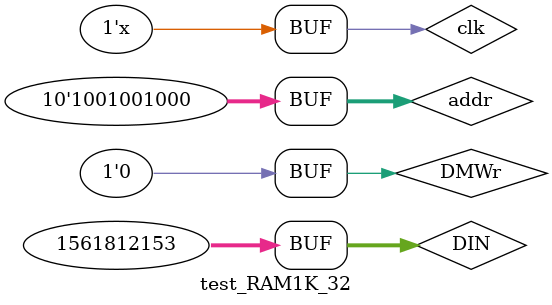
<source format=v>
`timescale 1ns/100ps
module test_RAM1K_32();
//³õÊ¼»¯²ÎÊý
reg clk,DMWr;
    reg [11:2]addr;
    reg [31:0]DIN;
    wire [31:0]DOUT;
    //µ÷ÓÃ RAM1K_32Ä£¿é
    RAM1K_32 u0(clk,DMWr,addr,DIN,DOUT);
    //²úÉúÊ±ÖÓÐÅºÅ
    always #50 clk=~clk;
    initial
    begin
    clk=1'b0;
    
    //Ð´Êý¾Ý
    #100;
    DMWr=1;
    DIN = 32'b01011101000101110101110010111001;
    addr=10'b1001001000;
    
    //¶ÁÊý¾Ý
    #100;
    DMWr=0;
    addr=10'b1001001000;
    end
endmodule


</source>
